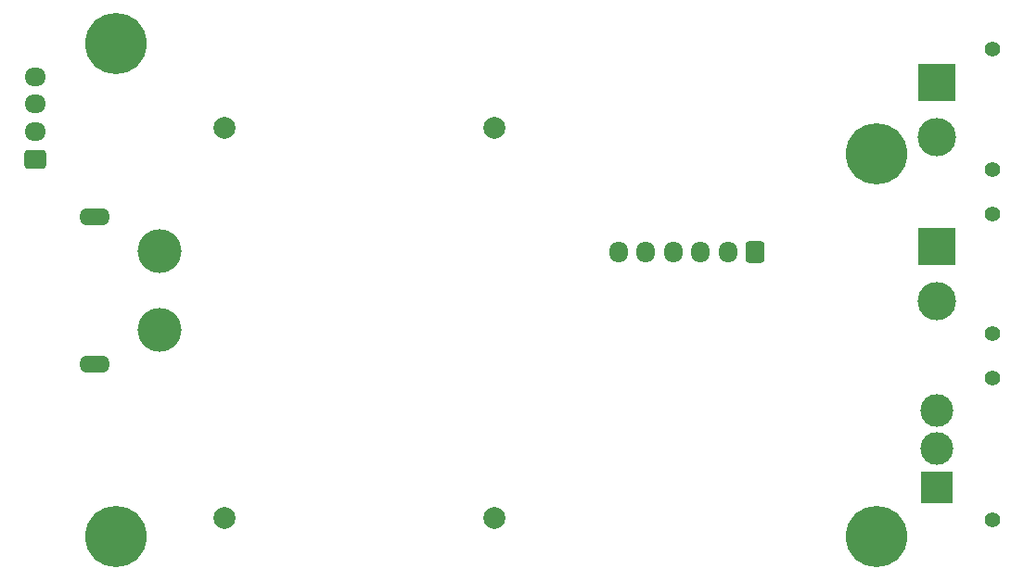
<source format=gbr>
%TF.GenerationSoftware,KiCad,Pcbnew,(6.0.2)*%
%TF.CreationDate,2022-09-20T17:08:32+02:00*%
%TF.ProjectId,led-board,6c65642d-626f-4617-9264-2e6b69636164,rev?*%
%TF.SameCoordinates,Original*%
%TF.FileFunction,Soldermask,Bot*%
%TF.FilePolarity,Negative*%
%FSLAX46Y46*%
G04 Gerber Fmt 4.6, Leading zero omitted, Abs format (unit mm)*
G04 Created by KiCad (PCBNEW (6.0.2)) date 2022-09-20 17:08:32*
%MOMM*%
%LPD*%
G01*
G04 APERTURE LIST*
G04 Aperture macros list*
%AMRoundRect*
0 Rectangle with rounded corners*
0 $1 Rounding radius*
0 $2 $3 $4 $5 $6 $7 $8 $9 X,Y pos of 4 corners*
0 Add a 4 corners polygon primitive as box body*
4,1,4,$2,$3,$4,$5,$6,$7,$8,$9,$2,$3,0*
0 Add four circle primitives for the rounded corners*
1,1,$1+$1,$2,$3*
1,1,$1+$1,$4,$5*
1,1,$1+$1,$6,$7*
1,1,$1+$1,$8,$9*
0 Add four rect primitives between the rounded corners*
20,1,$1+$1,$2,$3,$4,$5,0*
20,1,$1+$1,$4,$5,$6,$7,0*
20,1,$1+$1,$6,$7,$8,$9,0*
20,1,$1+$1,$8,$9,$2,$3,0*%
G04 Aperture macros list end*
%ADD10RoundRect,0.250000X0.725000X-0.600000X0.725000X0.600000X-0.725000X0.600000X-0.725000X-0.600000X0*%
%ADD11O,1.950000X1.700000*%
%ADD12C,1.400000*%
%ADD13R,3.500000X3.500000*%
%ADD14C,3.500000*%
%ADD15C,5.600000*%
%ADD16C,2.000000*%
%ADD17O,2.800000X1.600000*%
%ADD18C,4.000000*%
%ADD19R,3.000000X3.000000*%
%ADD20C,3.000000*%
%ADD21O,1.700000X1.950000*%
%ADD22RoundRect,0.250000X0.600000X0.725000X-0.600000X0.725000X-0.600000X-0.725000X0.600000X-0.725000X0*%
G04 APERTURE END LIST*
D10*
%TO.C,J4*%
X27250000Y-36750000D03*
D11*
X27250000Y-34250000D03*
X27250000Y-31750000D03*
X27250000Y-29250000D03*
%TD*%
D12*
%TO.C,J6*%
X114600000Y-37750000D03*
X114600000Y-26750000D03*
D13*
X109600000Y-29750000D03*
D14*
X109600000Y-34750000D03*
%TD*%
D15*
%TO.C,H2*%
X34600000Y-71250000D03*
%TD*%
%TO.C,H1*%
X34600000Y-26250000D03*
%TD*%
D16*
%TO.C,PS1*%
X44525000Y-33905000D03*
X69175000Y-33905000D03*
X44525000Y-69595000D03*
X69175000Y-69595000D03*
%TD*%
D15*
%TO.C,H4*%
X104100000Y-71250000D03*
%TD*%
D17*
%TO.C,J1*%
X32650000Y-42000000D03*
X32650000Y-55500000D03*
D18*
X38650000Y-52350000D03*
X38650000Y-45150000D03*
%TD*%
D12*
%TO.C,J7*%
X114600000Y-56750000D03*
X114600000Y-69750000D03*
D19*
X109600000Y-66750000D03*
D20*
X109600000Y-63250000D03*
X109600000Y-59750000D03*
%TD*%
D21*
%TO.C,J2*%
X80500000Y-45275000D03*
X83000000Y-45275000D03*
X85500000Y-45275000D03*
X88000000Y-45275000D03*
X90500000Y-45275000D03*
D22*
X93000000Y-45275000D03*
%TD*%
D12*
%TO.C,J5*%
X114600000Y-52750000D03*
X114600000Y-41750000D03*
D13*
X109600000Y-44750000D03*
D14*
X109600000Y-49750000D03*
%TD*%
D15*
%TO.C,H3*%
X104100000Y-36250000D03*
%TD*%
M02*

</source>
